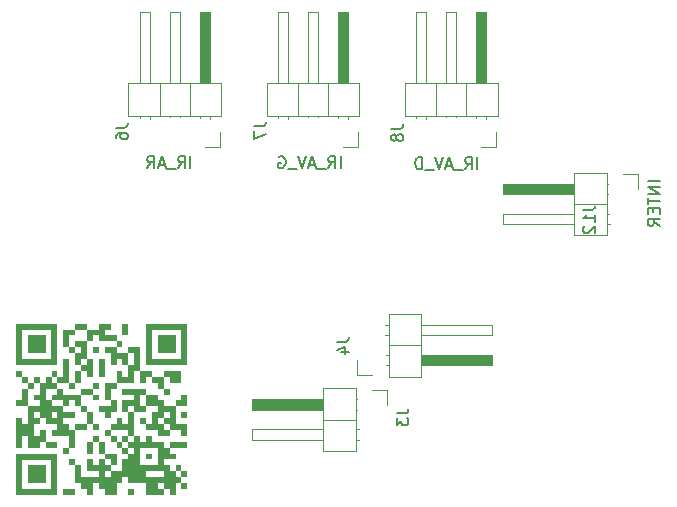
<source format=gbr>
%TF.GenerationSoftware,KiCad,Pcbnew,9.0.6*%
%TF.CreationDate,2026-01-16T11:33:55+01:00*%
%TF.ProjectId,Sumositoire_reborn,53756d6f-7369-4746-9f69-72655f726562,rev?*%
%TF.SameCoordinates,Original*%
%TF.FileFunction,Legend,Bot*%
%TF.FilePolarity,Positive*%
%FSLAX46Y46*%
G04 Gerber Fmt 4.6, Leading zero omitted, Abs format (unit mm)*
G04 Created by KiCad (PCBNEW 9.0.6) date 2026-01-16 11:33:55*
%MOMM*%
%LPD*%
G01*
G04 APERTURE LIST*
%ADD10C,0.000000*%
%ADD11C,0.200000*%
%ADD12C,0.150000*%
%ADD13C,0.120000*%
%ADD14C,5.600000*%
%ADD15O,1.700000X2.400000*%
%ADD16R,1.700000X2.400000*%
%ADD17O,2.400000X1.800000*%
%ADD18R,2.400000X1.800000*%
%ADD19R,2.400000X1.700000*%
%ADD20O,2.400000X1.700000*%
G04 APERTURE END LIST*
D10*
G36*
X135220000Y-111200000D02*
G01*
X134720000Y-111200000D01*
X134720000Y-110700000D01*
X135220000Y-110700000D01*
X135220000Y-111200000D01*
G37*
G36*
X141720000Y-113699999D02*
G01*
X141220000Y-113699999D01*
X141220000Y-113199999D01*
X141720000Y-113199999D01*
X141720000Y-113699999D01*
G37*
G36*
X139219999Y-108200000D02*
G01*
X138719999Y-108200000D01*
X138719999Y-107700000D01*
X139219999Y-107700000D01*
X139219999Y-108200000D01*
G37*
G36*
X133720000Y-110200000D02*
G01*
X133220000Y-110200000D01*
X133220000Y-109700000D01*
X133720000Y-109700000D01*
X133720000Y-110200000D01*
G37*
G36*
X143719999Y-104200000D02*
G01*
X143219999Y-104200000D01*
X143219999Y-103700000D01*
X143719999Y-103700000D01*
X143719999Y-104200000D01*
G37*
G36*
X134220000Y-107700000D02*
G01*
X133720000Y-107700000D01*
X133720000Y-107200000D01*
X134220000Y-107200000D01*
X134220000Y-107700000D01*
G37*
G36*
X138719999Y-109700000D02*
G01*
X138219999Y-109700000D01*
X138219999Y-109200000D01*
X138719999Y-109200000D01*
X138719999Y-109700000D01*
G37*
G36*
X143719999Y-112200000D02*
G01*
X143219999Y-112200000D01*
X143219999Y-111700000D01*
X143719999Y-111700000D01*
X143719999Y-112200000D01*
G37*
G36*
X136720000Y-112225000D02*
G01*
X136720000Y-114674999D01*
X136720000Y-115199999D01*
X136195000Y-115199999D01*
X133745001Y-115199999D01*
X133220000Y-115199999D01*
X133220000Y-114674999D01*
X133220000Y-112225000D01*
X133745001Y-112225000D01*
X133745001Y-114674999D01*
X136195000Y-114674999D01*
X136195000Y-112225000D01*
X133745001Y-112225000D01*
X133220000Y-112225000D01*
X133220000Y-111700000D01*
X133745001Y-111700000D01*
X136195000Y-111700000D01*
X136720000Y-111700000D01*
X136720000Y-112225000D01*
G37*
G36*
X139719999Y-105200000D02*
G01*
X139219999Y-105200000D01*
X139219999Y-104700000D01*
X139719999Y-104700000D01*
X139719999Y-105200000D01*
G37*
G36*
X134220000Y-105700000D02*
G01*
X133720000Y-105700000D01*
X133720000Y-105200000D01*
X134220000Y-105200000D01*
X134220000Y-105700000D01*
G37*
G36*
X142219999Y-109200000D02*
G01*
X141720000Y-109200000D01*
X141720000Y-108700000D01*
X142219999Y-108700000D01*
X142219999Y-109200000D01*
G37*
G36*
X142719999Y-106700000D02*
G01*
X142219999Y-106700000D01*
X142219999Y-106200000D01*
X142719999Y-106200000D01*
X142719999Y-106700000D01*
G37*
G36*
X135720000Y-106200000D02*
G01*
X135220000Y-106200000D01*
X135220000Y-105700000D01*
X135720000Y-105700000D01*
X135720000Y-106200000D01*
G37*
G36*
X138719999Y-114200000D02*
G01*
X138219999Y-114200000D01*
X138219999Y-113700000D01*
X138719999Y-113700000D01*
X138719999Y-114200000D01*
G37*
G36*
X138719999Y-113699999D02*
G01*
X138219999Y-113699999D01*
X138219999Y-113199999D01*
X138719999Y-113199999D01*
X138719999Y-113699999D01*
G37*
G36*
X143219999Y-112700000D02*
G01*
X142719999Y-112700000D01*
X142719999Y-112200000D01*
X143219999Y-112200000D01*
X143219999Y-112700000D01*
G37*
G36*
X139219999Y-104700000D02*
G01*
X138719999Y-104700000D01*
X138719999Y-104200000D01*
X139219999Y-104200000D01*
X139219999Y-104700000D01*
G37*
G36*
X137720000Y-102200000D02*
G01*
X137220000Y-102200000D01*
X137220000Y-101700000D01*
X137720000Y-101700000D01*
X137720000Y-102200000D01*
G37*
G36*
X141220000Y-103200000D02*
G01*
X140720000Y-103200000D01*
X140720000Y-102700000D01*
X141220000Y-102700000D01*
X141220000Y-103200000D01*
G37*
G36*
X140719999Y-114200000D02*
G01*
X140219999Y-114200000D01*
X140219999Y-113700000D01*
X140719999Y-113700000D01*
X140719999Y-114200000D01*
G37*
G36*
X140719999Y-113699999D02*
G01*
X140219999Y-113699999D01*
X140219999Y-113199999D01*
X140719999Y-113199999D01*
X140719999Y-113699999D01*
G37*
G36*
X139719999Y-115199999D02*
G01*
X139219999Y-115199999D01*
X139219999Y-114699997D01*
X139719999Y-114699997D01*
X139719999Y-115199999D01*
G37*
G36*
X138219999Y-110200000D02*
G01*
X137720000Y-110200000D01*
X137720000Y-109700000D01*
X138219999Y-109700000D01*
X138219999Y-110200000D01*
G37*
G36*
X145719999Y-107700000D02*
G01*
X145219999Y-107700000D01*
X145219999Y-107200000D01*
X145719999Y-107200000D01*
X145719999Y-107700000D01*
G37*
G36*
X134720001Y-109700000D02*
G01*
X134220000Y-109700000D01*
X134220000Y-109200000D01*
X134720001Y-109200000D01*
X134720001Y-109700000D01*
G37*
G36*
X138719999Y-107200000D02*
G01*
X138219999Y-107200000D01*
X138219999Y-106700000D01*
X138719999Y-106700000D01*
X138719999Y-107200000D01*
G37*
G36*
X145219999Y-113199999D02*
G01*
X144719999Y-113199999D01*
X144719999Y-112700000D01*
X145219999Y-112700000D01*
X145219999Y-113199999D01*
G37*
G36*
X142719999Y-108200000D02*
G01*
X142219999Y-108200000D01*
X142219999Y-107700000D01*
X142719999Y-107700000D01*
X142719999Y-108200000D01*
G37*
G36*
X136220000Y-106200000D02*
G01*
X135720000Y-106200000D01*
X135720000Y-105700000D01*
X136220000Y-105700000D01*
X136220000Y-106200000D01*
G37*
G36*
X139219999Y-102700001D02*
G01*
X138719999Y-102700001D01*
X138719999Y-102200000D01*
X139219999Y-102200000D01*
X139219999Y-102700001D01*
G37*
G36*
X146719999Y-114699997D02*
G01*
X146220000Y-114699997D01*
X146220000Y-114200000D01*
X146719999Y-114200000D01*
X146719999Y-114699997D01*
G37*
G36*
X138719999Y-107700000D02*
G01*
X138219999Y-107700000D01*
X138219999Y-107200000D01*
X138719999Y-107200000D01*
X138719999Y-107700000D01*
G37*
G36*
X138719999Y-105200000D02*
G01*
X138219999Y-105200000D01*
X138219999Y-104700000D01*
X138719999Y-104700000D01*
X138719999Y-105200000D01*
G37*
G36*
X143219999Y-115199999D02*
G01*
X142719999Y-115199999D01*
X142719999Y-114699997D01*
X143219999Y-114699997D01*
X143219999Y-115199999D01*
G37*
G36*
X141720000Y-108200000D02*
G01*
X141220000Y-108200000D01*
X141220000Y-107700000D01*
X141720000Y-107700000D01*
X141720000Y-108200000D01*
G37*
G36*
X135220000Y-105700000D02*
G01*
X134720000Y-105700000D01*
X134720000Y-105200000D01*
X135220000Y-105200000D01*
X135220000Y-105700000D01*
G37*
G36*
X145219999Y-111200000D02*
G01*
X144719999Y-111200000D01*
X144719999Y-110700000D01*
X145219999Y-110700000D01*
X145219999Y-111200000D01*
G37*
G36*
X144219999Y-113199999D02*
G01*
X143720000Y-113199999D01*
X143720000Y-112700000D01*
X144219999Y-112700000D01*
X144219999Y-113199999D01*
G37*
G36*
X143219999Y-103200000D02*
G01*
X142719999Y-103200000D01*
X142719999Y-102700000D01*
X143219999Y-102700000D01*
X143219999Y-103200000D01*
G37*
G36*
X140719999Y-113199999D02*
G01*
X140219999Y-113199999D01*
X140219999Y-112700000D01*
X140719999Y-112700000D01*
X140719999Y-113199999D01*
G37*
G36*
X146219999Y-113199999D02*
G01*
X145719999Y-113199999D01*
X145719999Y-112700000D01*
X146219999Y-112700000D01*
X146219999Y-113199999D01*
G37*
G36*
X138719999Y-103700000D02*
G01*
X138219999Y-103700000D01*
X138219999Y-103200000D01*
X138719999Y-103200000D01*
X138719999Y-103700000D01*
G37*
G36*
X140719999Y-114699997D02*
G01*
X140219999Y-114699997D01*
X140219999Y-114200000D01*
X140719999Y-114200000D01*
X140719999Y-114699997D01*
G37*
G36*
X137720000Y-110200000D02*
G01*
X137220000Y-110200000D01*
X137220000Y-109700000D01*
X137720000Y-109700000D01*
X137720000Y-110200000D01*
G37*
G36*
X137220000Y-109700000D02*
G01*
X136720000Y-109700000D01*
X136720000Y-109200000D01*
X137220000Y-109200000D01*
X137220000Y-109700000D01*
G37*
G36*
X140219999Y-106200000D02*
G01*
X139720000Y-106200000D01*
X139720000Y-105700000D01*
X140219999Y-105700000D01*
X140219999Y-106200000D01*
G37*
G36*
X134720001Y-110200000D02*
G01*
X134220000Y-110200000D01*
X134220000Y-109700000D01*
X134720001Y-109700000D01*
X134720001Y-110200000D01*
G37*
G36*
X140719999Y-112700000D02*
G01*
X140219999Y-112700000D01*
X140219999Y-112200000D01*
X140719999Y-112200000D01*
X140719999Y-112700000D01*
G37*
G36*
X141220000Y-106200000D02*
G01*
X140720000Y-106200000D01*
X140720000Y-105700000D01*
X141220000Y-105700000D01*
X141220000Y-106200000D01*
G37*
G36*
X136720000Y-101225001D02*
G01*
X136720000Y-103675001D01*
X136720000Y-104200000D01*
X136195000Y-104200000D01*
X133745001Y-104200000D01*
X133220000Y-104200000D01*
X133220000Y-103675001D01*
X133220000Y-101225001D01*
X133745001Y-101225001D01*
X133745001Y-103675001D01*
X136195000Y-103675001D01*
X136195000Y-101225001D01*
X133745001Y-101225001D01*
X133220000Y-101225001D01*
X133220000Y-100700001D01*
X133745001Y-100700001D01*
X136195000Y-100700001D01*
X136720000Y-100700001D01*
X136720000Y-101225001D01*
G37*
G36*
X140219999Y-110700000D02*
G01*
X139720000Y-110700000D01*
X139720000Y-110200000D01*
X140219999Y-110200000D01*
X140219999Y-110700000D01*
G37*
G36*
X146219999Y-111700000D02*
G01*
X145719999Y-111700000D01*
X145719999Y-111200000D01*
X146219999Y-111200000D01*
X146219999Y-111700000D01*
G37*
G36*
X138219999Y-107200000D02*
G01*
X137720000Y-107200000D01*
X137720000Y-106700000D01*
X138219999Y-106700000D01*
X138219999Y-107200000D01*
G37*
G36*
X145219999Y-114200000D02*
G01*
X144719999Y-114200000D01*
X144719999Y-113700000D01*
X145219999Y-113700000D01*
X145219999Y-114200000D01*
G37*
G36*
X144719999Y-110700000D02*
G01*
X144219999Y-110700000D01*
X144219999Y-110200000D01*
X144719999Y-110200000D01*
X144719999Y-110700000D01*
G37*
G36*
X145719999Y-112200000D02*
G01*
X145219999Y-112200000D01*
X145219999Y-111700000D01*
X145719999Y-111700000D01*
X145719999Y-112200000D01*
G37*
G36*
X140219999Y-113199999D02*
G01*
X139720000Y-113199999D01*
X139720000Y-112700000D01*
X140219999Y-112700000D01*
X140219999Y-113199999D01*
G37*
G36*
X147719999Y-107700000D02*
G01*
X147219999Y-107700000D01*
X147219999Y-107200000D01*
X147719999Y-107200000D01*
X147719999Y-107700000D01*
G37*
G36*
X141220000Y-108700000D02*
G01*
X140720000Y-108700000D01*
X140720000Y-108200000D01*
X141220000Y-108200000D01*
X141220000Y-108700000D01*
G37*
G36*
X138219999Y-115199999D02*
G01*
X137720000Y-115199999D01*
X137720000Y-114699997D01*
X138219999Y-114699997D01*
X138219999Y-115199999D01*
G37*
G36*
X141220000Y-110200000D02*
G01*
X140720000Y-110200000D01*
X140720000Y-109700000D01*
X141220000Y-109700000D01*
X141220000Y-110200000D01*
G37*
G36*
X137720000Y-105700000D02*
G01*
X137220000Y-105700000D01*
X137220000Y-105200000D01*
X137720000Y-105200000D01*
X137720000Y-105700000D01*
G37*
G36*
X137720000Y-104200000D02*
G01*
X137220000Y-104200000D01*
X137220000Y-103700000D01*
X137720000Y-103700000D01*
X137720000Y-104200000D01*
G37*
G36*
X143719999Y-103200000D02*
G01*
X143219999Y-103200000D01*
X143219999Y-102700000D01*
X143719999Y-102700000D01*
X143719999Y-103200000D01*
G37*
G36*
X146719999Y-114200000D02*
G01*
X146220000Y-114200000D01*
X146220000Y-113700000D01*
X146719999Y-113700000D01*
X146719999Y-114200000D01*
G37*
G36*
X142719999Y-113699999D02*
G01*
X142219999Y-113699999D01*
X142219999Y-113199999D01*
X142719999Y-113199999D01*
X142719999Y-113699999D01*
G37*
G36*
X136220000Y-109200000D02*
G01*
X135720000Y-109200000D01*
X135720000Y-108700000D01*
X136220000Y-108700000D01*
X136220000Y-109200000D01*
G37*
G36*
X147719999Y-114699997D02*
G01*
X147219999Y-114699997D01*
X147219999Y-114200000D01*
X147719999Y-114200000D01*
X147719999Y-114699997D01*
G37*
G36*
X142719999Y-111700000D02*
G01*
X142219999Y-111700000D01*
X142219999Y-111200000D01*
X142719999Y-111200000D01*
X142719999Y-111700000D01*
G37*
G36*
X142219999Y-105700000D02*
G01*
X141720000Y-105700000D01*
X141720000Y-105200000D01*
X142219999Y-105200000D01*
X142219999Y-105700000D01*
G37*
G36*
X144219999Y-108200000D02*
G01*
X143720000Y-108200000D01*
X143720000Y-107700000D01*
X144219999Y-107700000D01*
X144219999Y-108200000D01*
G37*
G36*
X141720000Y-102200000D02*
G01*
X141220000Y-102200000D01*
X141220000Y-101700000D01*
X141720000Y-101700000D01*
X141720000Y-102200000D01*
G37*
G36*
X141720000Y-107700000D02*
G01*
X141220000Y-107700000D01*
X141220000Y-107200000D01*
X141720000Y-107200000D01*
X141720000Y-107700000D01*
G37*
G36*
X134220000Y-106700000D02*
G01*
X133720000Y-106700000D01*
X133720000Y-106200000D01*
X134220000Y-106200000D01*
X134220000Y-106700000D01*
G37*
G36*
X146219999Y-114200000D02*
G01*
X145719999Y-114200000D01*
X145719999Y-113700000D01*
X146219999Y-113700000D01*
X146219999Y-114200000D01*
G37*
G36*
X139719999Y-114699997D02*
G01*
X139219999Y-114699997D01*
X139219999Y-114200000D01*
X139719999Y-114200000D01*
X139719999Y-114699997D01*
G37*
G36*
X137720000Y-105200000D02*
G01*
X137220000Y-105200000D01*
X137220000Y-104700000D01*
X137720000Y-104700000D01*
X137720000Y-105200000D01*
G37*
G36*
X146719999Y-108700000D02*
G01*
X146220000Y-108700000D01*
X146220000Y-108200000D01*
X146719999Y-108200000D01*
X146719999Y-108700000D01*
G37*
G36*
X146719999Y-115199999D02*
G01*
X146220000Y-115199999D01*
X146220000Y-114699997D01*
X146719999Y-114699997D01*
X146719999Y-115199999D01*
G37*
G36*
X141720000Y-109700000D02*
G01*
X141220000Y-109700000D01*
X141220000Y-109200000D01*
X141720000Y-109200000D01*
X141720000Y-109700000D01*
G37*
G36*
X137720000Y-102700001D02*
G01*
X137220000Y-102700001D01*
X137220000Y-102200000D01*
X137720000Y-102200000D01*
X137720000Y-102700001D01*
G37*
G36*
X135720000Y-110700000D02*
G01*
X135220000Y-110700000D01*
X135220000Y-110200000D01*
X135720000Y-110200000D01*
X135720000Y-110700000D01*
G37*
G36*
X147719999Y-101225001D02*
G01*
X147719999Y-103675001D01*
X147719999Y-104200000D01*
X147194999Y-104200000D01*
X144745000Y-104200000D01*
X144219999Y-104200000D01*
X144219999Y-103675001D01*
X144219999Y-101225001D01*
X144745000Y-101225001D01*
X144745000Y-103675001D01*
X147194999Y-103675001D01*
X147194999Y-101225001D01*
X144745000Y-101225001D01*
X144219999Y-101225001D01*
X144219999Y-100700001D01*
X144745000Y-100700001D01*
X147194999Y-100700001D01*
X147719999Y-100700001D01*
X147719999Y-101225001D01*
G37*
G36*
X147719999Y-111200000D02*
G01*
X147219999Y-111200000D01*
X147219999Y-110700000D01*
X147719999Y-110700000D01*
X147719999Y-111200000D01*
G37*
G36*
X142719999Y-107700000D02*
G01*
X142219999Y-107700000D01*
X142219999Y-107200000D01*
X142719999Y-107200000D01*
X142719999Y-107700000D01*
G37*
G36*
X138719999Y-101200000D02*
G01*
X138219999Y-101200000D01*
X138219999Y-100700001D01*
X138719999Y-100700001D01*
X138719999Y-101200000D01*
G37*
G36*
X142219999Y-113699999D02*
G01*
X141720000Y-113699999D01*
X141720000Y-113199999D01*
X142219999Y-113199999D01*
X142219999Y-113699999D01*
G37*
G36*
X145719999Y-114200000D02*
G01*
X145219999Y-114200000D01*
X145219999Y-113700000D01*
X145719999Y-113700000D01*
X145719999Y-114200000D01*
G37*
G36*
X140719999Y-105200000D02*
G01*
X140219999Y-105200000D01*
X140219999Y-104700000D01*
X140719999Y-104700000D01*
X140719999Y-105200000D01*
G37*
G36*
X139719999Y-106700000D02*
G01*
X139219999Y-106700000D01*
X139219999Y-106200000D01*
X139719999Y-106200000D01*
X139719999Y-106700000D01*
G37*
G36*
X140719999Y-108200000D02*
G01*
X140219999Y-108200000D01*
X140219999Y-107700000D01*
X140719999Y-107700000D01*
X140719999Y-108200000D01*
G37*
G36*
X145719999Y-111700000D02*
G01*
X145219999Y-111700000D01*
X145219999Y-111200000D01*
X145719999Y-111200000D01*
X145719999Y-111700000D01*
G37*
G36*
X133720000Y-107700000D02*
G01*
X133220000Y-107700000D01*
X133220000Y-107200000D01*
X133720000Y-107200000D01*
X133720000Y-107700000D01*
G37*
G36*
X146219999Y-113699999D02*
G01*
X145719999Y-113699999D01*
X145719999Y-113199999D01*
X146219999Y-113199999D01*
X146219999Y-113699999D01*
G37*
G36*
X136719999Y-109200000D02*
G01*
X136220000Y-109200000D01*
X136220000Y-108700000D01*
X136719999Y-108700000D01*
X136719999Y-109200000D01*
G37*
G36*
X144719999Y-107200000D02*
G01*
X144219999Y-107200000D01*
X144219999Y-106700000D01*
X144719999Y-106700000D01*
X144719999Y-107200000D01*
G37*
G36*
X133720000Y-110700000D02*
G01*
X133220000Y-110700000D01*
X133220000Y-110200000D01*
X133720000Y-110200000D01*
X133720000Y-110700000D01*
G37*
G36*
X135720000Y-106700000D02*
G01*
X135220000Y-106700000D01*
X135220000Y-106200000D01*
X135720000Y-106200000D01*
X135720000Y-106700000D01*
G37*
G36*
X138719999Y-113199999D02*
G01*
X138219999Y-113199999D01*
X138219999Y-112700000D01*
X138719999Y-112700000D01*
X138719999Y-113199999D01*
G37*
G36*
X145219999Y-109700000D02*
G01*
X144719999Y-109700000D01*
X144719999Y-109200000D01*
X145219999Y-109200000D01*
X145219999Y-109700000D01*
G37*
G36*
X145719999Y-110200000D02*
G01*
X145219999Y-110200000D01*
X145219999Y-109700000D01*
X145719999Y-109700000D01*
X145719999Y-110200000D01*
G37*
G36*
X134220000Y-107200000D02*
G01*
X133720000Y-107200000D01*
X133720000Y-106700000D01*
X134220000Y-106700000D01*
X134220000Y-107200000D01*
G37*
G36*
X144719999Y-107700000D02*
G01*
X144219999Y-107700000D01*
X144219999Y-107200000D01*
X144719999Y-107200000D01*
X144719999Y-107700000D01*
G37*
G36*
X143719999Y-108200000D02*
G01*
X143219999Y-108200000D01*
X143219999Y-107700000D01*
X143719999Y-107700000D01*
X143719999Y-108200000D01*
G37*
G36*
X135220000Y-109200000D02*
G01*
X134720000Y-109200000D01*
X134720000Y-108700000D01*
X135220000Y-108700000D01*
X135220000Y-109200000D01*
G37*
G36*
X135720000Y-110200000D02*
G01*
X135220000Y-110200000D01*
X135220000Y-109700000D01*
X135720000Y-109700000D01*
X135720000Y-110200000D01*
G37*
G36*
X136719999Y-107200000D02*
G01*
X136220000Y-107200000D01*
X136220000Y-106700000D01*
X136719999Y-106700000D01*
X136719999Y-107200000D01*
G37*
G36*
X137220000Y-107200000D02*
G01*
X136720000Y-107200000D01*
X136720000Y-106700000D01*
X137220000Y-106700000D01*
X137220000Y-107200000D01*
G37*
G36*
X136220000Y-105700000D02*
G01*
X135720000Y-105700000D01*
X135720000Y-105200000D01*
X136220000Y-105200000D01*
X136220000Y-105700000D01*
G37*
G36*
X145719999Y-105700000D02*
G01*
X145219999Y-105700000D01*
X145219999Y-105200000D01*
X145719999Y-105200000D01*
X145719999Y-105700000D01*
G37*
G36*
X145719999Y-115199999D02*
G01*
X145219999Y-115199999D01*
X145219999Y-114699997D01*
X145719999Y-114699997D01*
X145719999Y-115199999D01*
G37*
G36*
X142719999Y-103700000D02*
G01*
X142219999Y-103700000D01*
X142219999Y-103200000D01*
X142719999Y-103200000D01*
X142719999Y-103700000D01*
G37*
G36*
X139719999Y-108700000D02*
G01*
X139219999Y-108700000D01*
X139219999Y-108200000D01*
X139719999Y-108200000D01*
X139719999Y-108700000D01*
G37*
G36*
X147219999Y-113199999D02*
G01*
X146719999Y-113199999D01*
X146719999Y-112700000D01*
X147219999Y-112700000D01*
X147219999Y-113199999D01*
G37*
G36*
X144719999Y-114200000D02*
G01*
X144219999Y-114200000D01*
X144219999Y-113700000D01*
X144719999Y-113700000D01*
X144719999Y-114200000D01*
G37*
G36*
X145219999Y-107700000D02*
G01*
X144719999Y-107700000D01*
X144719999Y-107200000D01*
X145219999Y-107200000D01*
X145219999Y-107700000D01*
G37*
G36*
X136220000Y-111200000D02*
G01*
X135720000Y-111200000D01*
X135720000Y-110700000D01*
X136220000Y-110700000D01*
X136220000Y-111200000D01*
G37*
G36*
X142719999Y-101700000D02*
G01*
X142219999Y-101700000D01*
X142219999Y-101200000D01*
X142719999Y-101200000D01*
X142719999Y-101700000D01*
G37*
G36*
X143219999Y-105700000D02*
G01*
X142719999Y-105700000D01*
X142719999Y-105200000D01*
X143219999Y-105200000D01*
X143219999Y-105700000D01*
G37*
G36*
X137720000Y-108700000D02*
G01*
X137220000Y-108700000D01*
X137220000Y-108200000D01*
X137720000Y-108200000D01*
X137720000Y-108700000D01*
G37*
G36*
X145719999Y-112700000D02*
G01*
X145219999Y-112700000D01*
X145219999Y-112200000D01*
X145719999Y-112200000D01*
X145719999Y-112700000D01*
G37*
G36*
X135720000Y-114200000D02*
G01*
X134220000Y-114200000D01*
X134220000Y-112700000D01*
X135720000Y-112700000D01*
X135720000Y-114200000D01*
G37*
G36*
X139219999Y-101200000D02*
G01*
X138719999Y-101200000D01*
X138719999Y-100700001D01*
X139219999Y-100700001D01*
X139219999Y-101200000D01*
G37*
G36*
X143719999Y-114200000D02*
G01*
X143219999Y-114200000D01*
X143219999Y-113700000D01*
X143719999Y-113700000D01*
X143719999Y-114200000D01*
G37*
G36*
X139719999Y-104700000D02*
G01*
X139219999Y-104700000D01*
X139219999Y-104200000D01*
X139719999Y-104200000D01*
X139719999Y-104700000D01*
G37*
G36*
X146219999Y-114699997D02*
G01*
X145719999Y-114699997D01*
X145719999Y-114200000D01*
X146219999Y-114200000D01*
X146219999Y-114699997D01*
G37*
G36*
X135720000Y-107200000D02*
G01*
X135220000Y-107200000D01*
X135220000Y-106700000D01*
X135720000Y-106700000D01*
X135720000Y-107200000D01*
G37*
G36*
X142219999Y-105200000D02*
G01*
X141720000Y-105200000D01*
X141720000Y-104700000D01*
X142219999Y-104700000D01*
X142219999Y-105200000D01*
G37*
G36*
X143719999Y-104700000D02*
G01*
X143219999Y-104700000D01*
X143219999Y-104200000D01*
X143719999Y-104200000D01*
X143719999Y-104700000D01*
G37*
G36*
X137720000Y-109700000D02*
G01*
X137220000Y-109700000D01*
X137220000Y-109200000D01*
X137720000Y-109200000D01*
X137720000Y-109700000D01*
G37*
G36*
X141220000Y-114200000D02*
G01*
X140720000Y-114200000D01*
X140720000Y-113700000D01*
X141220000Y-113700000D01*
X141220000Y-114200000D01*
G37*
G36*
X142719999Y-112700000D02*
G01*
X142219999Y-112700000D01*
X142219999Y-112200000D01*
X142719999Y-112200000D01*
X142719999Y-112700000D01*
G37*
G36*
X145219999Y-107200000D02*
G01*
X144719999Y-107200000D01*
X144719999Y-106700000D01*
X145219999Y-106700000D01*
X145219999Y-107200000D01*
G37*
G36*
X146219999Y-109200000D02*
G01*
X145719999Y-109200000D01*
X145719999Y-108700000D01*
X146219999Y-108700000D01*
X146219999Y-109200000D01*
G37*
G36*
X146219999Y-108200000D02*
G01*
X145719999Y-108200000D01*
X145719999Y-107700000D01*
X146219999Y-107700000D01*
X146219999Y-108200000D01*
G37*
G36*
X142719999Y-105700000D02*
G01*
X142219999Y-105700000D01*
X142219999Y-105200000D01*
X142719999Y-105200000D01*
X142719999Y-105700000D01*
G37*
G36*
X134720001Y-110700000D02*
G01*
X134220000Y-110700000D01*
X134220000Y-110200000D01*
X134720001Y-110200000D01*
X134720001Y-110700000D01*
G37*
G36*
X135220000Y-107200000D02*
G01*
X134720000Y-107200000D01*
X134720000Y-106700000D01*
X135220000Y-106700000D01*
X135220000Y-107200000D01*
G37*
G36*
X146719999Y-111200000D02*
G01*
X146220000Y-111200000D01*
X146220000Y-110700000D01*
X146719999Y-110700000D01*
X146719999Y-111200000D01*
G37*
G36*
X141720000Y-112200000D02*
G01*
X141220000Y-112200000D01*
X141220000Y-111700000D01*
X141720000Y-111700000D01*
X141720000Y-112200000D01*
G37*
G36*
X134720001Y-111200000D02*
G01*
X134220000Y-111200000D01*
X134220000Y-110700000D01*
X134720001Y-110700000D01*
X134720001Y-111200000D01*
G37*
G36*
X141720000Y-110700000D02*
G01*
X141220000Y-110700000D01*
X141220000Y-110200000D01*
X141720000Y-110200000D01*
X141720000Y-110700000D01*
G37*
G36*
X143219999Y-112200000D02*
G01*
X142719999Y-112200000D01*
X142719999Y-111700000D01*
X143219999Y-111700000D01*
X143219999Y-112200000D01*
G37*
G36*
X137720000Y-101700000D02*
G01*
X137220000Y-101700000D01*
X137220000Y-101200000D01*
X137720000Y-101200000D01*
X137720000Y-101700000D01*
G37*
G36*
X140219999Y-103200000D02*
G01*
X139720000Y-103200000D01*
X139720000Y-102700000D01*
X140219999Y-102700000D01*
X140219999Y-103200000D01*
G37*
G36*
X143719999Y-111200000D02*
G01*
X143219999Y-111200000D01*
X143219999Y-110700000D01*
X143719999Y-110700000D01*
X143719999Y-111200000D01*
G37*
G36*
X144719999Y-115199999D02*
G01*
X144219999Y-115199999D01*
X144219999Y-114699997D01*
X144719999Y-114699997D01*
X144719999Y-115199999D01*
G37*
G36*
X144219999Y-105700000D02*
G01*
X143720000Y-105700000D01*
X143720000Y-105200000D01*
X144219999Y-105200000D01*
X144219999Y-105700000D01*
G37*
G36*
X147219999Y-111200000D02*
G01*
X146719999Y-111200000D01*
X146719999Y-110700000D01*
X147219999Y-110700000D01*
X147219999Y-111200000D01*
G37*
G36*
X139719999Y-109200000D02*
G01*
X139219999Y-109200000D01*
X139219999Y-108700000D01*
X139719999Y-108700000D01*
X139719999Y-109200000D01*
G37*
G36*
X135220000Y-108200000D02*
G01*
X134720000Y-108200000D01*
X134720000Y-107700000D01*
X135220000Y-107700000D01*
X135220000Y-108200000D01*
G37*
G36*
X144719999Y-114699997D02*
G01*
X144219999Y-114699997D01*
X144219999Y-114200000D01*
X144719999Y-114200000D01*
X144719999Y-114699997D01*
G37*
G36*
X143719999Y-113699999D02*
G01*
X143219999Y-113699999D01*
X143219999Y-113199999D01*
X143719999Y-113199999D01*
X143719999Y-113699999D01*
G37*
G36*
X135220000Y-110700000D02*
G01*
X134720000Y-110700000D01*
X134720000Y-110200000D01*
X135220000Y-110200000D01*
X135220000Y-110700000D01*
G37*
G36*
X134720001Y-109200000D02*
G01*
X134220000Y-109200000D01*
X134220000Y-108700000D01*
X134720001Y-108700000D01*
X134720001Y-109200000D01*
G37*
G36*
X138219999Y-101700000D02*
G01*
X137720000Y-101700000D01*
X137720000Y-101200000D01*
X138219999Y-101200000D01*
X138219999Y-101700000D01*
G37*
G36*
X140719999Y-101700000D02*
G01*
X140219999Y-101700000D01*
X140219999Y-101200000D01*
X140719999Y-101200000D01*
X140719999Y-101700000D01*
G37*
G36*
X141220000Y-114699997D02*
G01*
X140720000Y-114699997D01*
X140720000Y-114200000D01*
X141220000Y-114200000D01*
X141220000Y-114699997D01*
G37*
G36*
X137220000Y-110200000D02*
G01*
X136720000Y-110200000D01*
X136720000Y-109700000D01*
X137220000Y-109700000D01*
X137220000Y-110200000D01*
G37*
G36*
X140719999Y-111700000D02*
G01*
X140219999Y-111700000D01*
X140219999Y-111200000D01*
X140719999Y-111200000D01*
X140719999Y-111700000D01*
G37*
G36*
X141220000Y-108200000D02*
G01*
X140720000Y-108200000D01*
X140720000Y-107700000D01*
X141220000Y-107700000D01*
X141220000Y-108200000D01*
G37*
G36*
X137220000Y-105700000D02*
G01*
X136720000Y-105700000D01*
X136720000Y-105200000D01*
X137220000Y-105200000D01*
X137220000Y-105700000D01*
G37*
G36*
X139719999Y-101700000D02*
G01*
X139219999Y-101700000D01*
X139219999Y-101200000D01*
X139719999Y-101200000D01*
X139719999Y-101700000D01*
G37*
G36*
X146719999Y-109700000D02*
G01*
X146220000Y-109700000D01*
X146220000Y-109200000D01*
X146719999Y-109200000D01*
X146719999Y-109700000D01*
G37*
G36*
X147719999Y-113699999D02*
G01*
X147219999Y-113699999D01*
X147219999Y-113199999D01*
X147719999Y-113199999D01*
X147719999Y-113699999D01*
G37*
G36*
X145719999Y-106200000D02*
G01*
X145219999Y-106200000D01*
X145219999Y-105700000D01*
X145719999Y-105700000D01*
X145719999Y-106200000D01*
G37*
G36*
X139219999Y-106700000D02*
G01*
X138719999Y-106700000D01*
X138719999Y-106200000D01*
X139219999Y-106200000D01*
X139219999Y-106700000D01*
G37*
G36*
X140719999Y-104700000D02*
G01*
X140219999Y-104700000D01*
X140219999Y-104200000D01*
X140719999Y-104200000D01*
X140719999Y-104700000D01*
G37*
G36*
X138219999Y-111200000D02*
G01*
X137720000Y-111200000D01*
X137720000Y-110700000D01*
X138219999Y-110700000D01*
X138219999Y-111200000D01*
G37*
G36*
X142719999Y-101200000D02*
G01*
X142219999Y-101200000D01*
X142219999Y-100700001D01*
X142719999Y-100700001D01*
X142719999Y-101200000D01*
G37*
G36*
X137720000Y-107700000D02*
G01*
X137220000Y-107700000D01*
X137220000Y-107200000D01*
X137720000Y-107200000D01*
X137720000Y-107700000D01*
G37*
G36*
X139719999Y-114200000D02*
G01*
X139219999Y-114200000D01*
X139219999Y-113700000D01*
X139719999Y-113700000D01*
X139719999Y-114200000D01*
G37*
G36*
X137720000Y-104700000D02*
G01*
X137220000Y-104700000D01*
X137220000Y-104200000D01*
X137720000Y-104200000D01*
X137720000Y-104700000D01*
G37*
G36*
X135720000Y-108200000D02*
G01*
X135220000Y-108200000D01*
X135220000Y-107700000D01*
X135720000Y-107700000D01*
X135720000Y-108200000D01*
G37*
G36*
X143219999Y-109700000D02*
G01*
X142719999Y-109700000D01*
X142719999Y-109200000D01*
X143219999Y-109200000D01*
X143219999Y-109700000D01*
G37*
G36*
X141220000Y-101200000D02*
G01*
X140720000Y-101200000D01*
X140720000Y-100700001D01*
X141220000Y-100700001D01*
X141220000Y-101200000D01*
G37*
G36*
X141220000Y-106700000D02*
G01*
X140720000Y-106700000D01*
X140720000Y-106200000D01*
X141220000Y-106200000D01*
X141220000Y-106700000D01*
G37*
G36*
X140719999Y-101200000D02*
G01*
X140219999Y-101200000D01*
X140219999Y-100700001D01*
X140719999Y-100700001D01*
X140719999Y-101200000D01*
G37*
G36*
X133720000Y-109200000D02*
G01*
X133220000Y-109200000D01*
X133220000Y-108700000D01*
X133720000Y-108700000D01*
X133720000Y-109200000D01*
G37*
G36*
X136719999Y-108200000D02*
G01*
X136220000Y-108200000D01*
X136220000Y-107700000D01*
X136719999Y-107700000D01*
X136719999Y-108200000D01*
G37*
G36*
X143719999Y-111700000D02*
G01*
X143219999Y-111700000D01*
X143219999Y-111200000D01*
X143719999Y-111200000D01*
X143719999Y-111700000D01*
G37*
G36*
X138219999Y-112700000D02*
G01*
X137720000Y-112700000D01*
X137720000Y-112200000D01*
X138219999Y-112200000D01*
X138219999Y-112700000D01*
G37*
G36*
X144719999Y-105200000D02*
G01*
X144219999Y-105200000D01*
X144219999Y-104700000D01*
X144719999Y-104700000D01*
X144719999Y-105200000D01*
G37*
G36*
X138719999Y-105700000D02*
G01*
X138219999Y-105700000D01*
X138219999Y-105200000D01*
X138719999Y-105200000D01*
X138719999Y-105700000D01*
G37*
G36*
X138219999Y-110700000D02*
G01*
X137720000Y-110700000D01*
X137720000Y-110200000D01*
X138219999Y-110200000D01*
X138219999Y-110700000D01*
G37*
G36*
X139219999Y-103200000D02*
G01*
X138719999Y-103200000D01*
X138719999Y-102700000D01*
X139219999Y-102700000D01*
X139219999Y-103200000D01*
G37*
G36*
X145719999Y-109700000D02*
G01*
X145219999Y-109700000D01*
X145219999Y-109200000D01*
X145719999Y-109200000D01*
X145719999Y-109700000D01*
G37*
G36*
X143219999Y-113699999D02*
G01*
X142719999Y-113699999D01*
X142719999Y-113199999D01*
X143219999Y-113199999D01*
X143219999Y-113699999D01*
G37*
G36*
X144719999Y-111200000D02*
G01*
X144219999Y-111200000D01*
X144219999Y-110700000D01*
X144719999Y-110700000D01*
X144719999Y-111200000D01*
G37*
G36*
X139219999Y-114200000D02*
G01*
X138719999Y-114200000D01*
X138719999Y-113700000D01*
X139219999Y-113700000D01*
X139219999Y-114200000D01*
G37*
G36*
X140719999Y-102200000D02*
G01*
X140219999Y-102200000D01*
X140219999Y-101700000D01*
X140719999Y-101700000D01*
X140719999Y-102200000D01*
G37*
G36*
X133720000Y-109700000D02*
G01*
X133220000Y-109700000D01*
X133220000Y-109200000D01*
X133720000Y-109200000D01*
X133720000Y-109700000D01*
G37*
G36*
X143219999Y-114200000D02*
G01*
X142719999Y-114200000D01*
X142719999Y-113700000D01*
X143219999Y-113700000D01*
X143219999Y-114200000D01*
G37*
G36*
X146719999Y-112200000D02*
G01*
X146220000Y-112200000D01*
X146220000Y-111700000D01*
X146719999Y-111700000D01*
X146719999Y-112200000D01*
G37*
G36*
X144719999Y-109700000D02*
G01*
X144219999Y-109700000D01*
X144219999Y-109200000D01*
X144719999Y-109200000D01*
X144719999Y-109700000D01*
G37*
G36*
X141720000Y-104200000D02*
G01*
X141220000Y-104200000D01*
X141220000Y-103700000D01*
X141720000Y-103700000D01*
X141720000Y-104200000D01*
G37*
G36*
X137720000Y-111700000D02*
G01*
X137220000Y-111700000D01*
X137220000Y-111200000D01*
X137720000Y-111200000D01*
X137720000Y-111700000D01*
G37*
G36*
X143219999Y-111200000D02*
G01*
X142719999Y-111200000D01*
X142719999Y-110700000D01*
X143219999Y-110700000D01*
X143219999Y-111200000D01*
G37*
G36*
X140219999Y-114200000D02*
G01*
X139720000Y-114200000D01*
X139720000Y-113700000D01*
X140219999Y-113700000D01*
X140219999Y-114200000D01*
G37*
G36*
X143219999Y-104700000D02*
G01*
X142719999Y-104700000D01*
X142719999Y-104200000D01*
X143219999Y-104200000D01*
X143219999Y-104700000D01*
G37*
G36*
X146719999Y-103200000D02*
G01*
X145219999Y-103200000D01*
X145219999Y-101700000D01*
X146719999Y-101700000D01*
X146719999Y-103200000D01*
G37*
G36*
X141720000Y-103700000D02*
G01*
X141220000Y-103700000D01*
X141220000Y-103200000D01*
X141720000Y-103200000D01*
X141720000Y-103700000D01*
G37*
G36*
X134220000Y-110200000D02*
G01*
X133720000Y-110200000D01*
X133720000Y-109700000D01*
X134220000Y-109700000D01*
X134220000Y-110200000D01*
G37*
G36*
X145219999Y-114699997D02*
G01*
X144719999Y-114699997D01*
X144719999Y-114200000D01*
X145219999Y-114200000D01*
X145219999Y-114699997D01*
G37*
G36*
X134720001Y-108200000D02*
G01*
X134220000Y-108200000D01*
X134220000Y-107700000D01*
X134720001Y-107700000D01*
X134720001Y-108200000D01*
G37*
G36*
X145219999Y-109200000D02*
G01*
X144719999Y-109200000D01*
X144719999Y-108700000D01*
X145219999Y-108700000D01*
X145219999Y-109200000D01*
G37*
G36*
X139719999Y-112700000D02*
G01*
X139219999Y-112700000D01*
X139219999Y-112200000D01*
X139719999Y-112200000D01*
X139719999Y-112700000D01*
G37*
G36*
X141720000Y-114699997D02*
G01*
X141220000Y-114699997D01*
X141220000Y-114200000D01*
X141720000Y-114200000D01*
X141720000Y-114699997D01*
G37*
G36*
X146219999Y-106700000D02*
G01*
X145719999Y-106700000D01*
X145719999Y-106200000D01*
X146219999Y-106200000D01*
X146219999Y-106700000D01*
G37*
G36*
X137220000Y-108700000D02*
G01*
X136720000Y-108700000D01*
X136720000Y-108200000D01*
X137220000Y-108200000D01*
X137220000Y-108700000D01*
G37*
G36*
X143219999Y-108700000D02*
G01*
X142719999Y-108700000D01*
X142719999Y-108200000D01*
X143219999Y-108200000D01*
X143219999Y-108700000D01*
G37*
G36*
X147219999Y-109700000D02*
G01*
X146719999Y-109700000D01*
X146719999Y-109200000D01*
X147219999Y-109200000D01*
X147219999Y-109700000D01*
G37*
G36*
X147719999Y-109700000D02*
G01*
X147219999Y-109700000D01*
X147219999Y-109200000D01*
X147719999Y-109200000D01*
X147719999Y-109700000D01*
G37*
G36*
X137720000Y-107200000D02*
G01*
X137220000Y-107200000D01*
X137220000Y-106700000D01*
X137720000Y-106700000D01*
X137720000Y-107200000D01*
G37*
G36*
X147219999Y-105700000D02*
G01*
X146719999Y-105700000D01*
X146719999Y-105200000D01*
X147219999Y-105200000D01*
X147219999Y-105700000D01*
G37*
G36*
X140219999Y-109700000D02*
G01*
X139720000Y-109700000D01*
X139720000Y-109200000D01*
X140219999Y-109200000D01*
X140219999Y-109700000D01*
G37*
G36*
X144719999Y-112200000D02*
G01*
X144219999Y-112200000D01*
X144219999Y-111700000D01*
X144719999Y-111700000D01*
X144719999Y-112200000D01*
G37*
G36*
X144219999Y-106700000D02*
G01*
X143720000Y-106700000D01*
X143720000Y-106200000D01*
X144219999Y-106200000D01*
X144219999Y-106700000D01*
G37*
G36*
X142219999Y-109700000D02*
G01*
X141720000Y-109700000D01*
X141720000Y-109200000D01*
X142219999Y-109200000D01*
X142219999Y-109700000D01*
G37*
G36*
X134720001Y-106200000D02*
G01*
X134220000Y-106200000D01*
X134220000Y-105700000D01*
X134720001Y-105700000D01*
X134720001Y-106200000D01*
G37*
G36*
X146719999Y-108200000D02*
G01*
X146220000Y-108200000D01*
X146220000Y-107700000D01*
X146719999Y-107700000D01*
X146719999Y-108200000D01*
G37*
G36*
X143719999Y-113199999D02*
G01*
X143219999Y-113199999D01*
X143219999Y-112700000D01*
X143719999Y-112700000D01*
X143719999Y-113199999D01*
G37*
G36*
X141720000Y-112700000D02*
G01*
X141220000Y-112700000D01*
X141220000Y-112200000D01*
X141720000Y-112200000D01*
X141720000Y-112700000D01*
G37*
G36*
X145719999Y-108200000D02*
G01*
X145219999Y-108200000D01*
X145219999Y-107700000D01*
X145719999Y-107700000D01*
X145719999Y-108200000D01*
G37*
G36*
X138719999Y-104200000D02*
G01*
X138219999Y-104200000D01*
X138219999Y-103700000D01*
X138719999Y-103700000D01*
X138719999Y-104200000D01*
G37*
G36*
X143219999Y-110200000D02*
G01*
X142719999Y-110200000D01*
X142719999Y-109700000D01*
X143219999Y-109700000D01*
X143219999Y-110200000D01*
G37*
G36*
X142719999Y-109700000D02*
G01*
X142219999Y-109700000D01*
X142219999Y-109200000D01*
X142719999Y-109200000D01*
X142719999Y-109700000D01*
G37*
G36*
X140719999Y-111200000D02*
G01*
X140219999Y-111200000D01*
X140219999Y-110700000D01*
X140719999Y-110700000D01*
X140719999Y-111200000D01*
G37*
G36*
X142219999Y-114200000D02*
G01*
X141720000Y-114200000D01*
X141720000Y-113700000D01*
X142219999Y-113700000D01*
X142219999Y-114200000D01*
G37*
G36*
X147219999Y-114200000D02*
G01*
X146719999Y-114200000D01*
X146719999Y-113700000D01*
X147219999Y-113700000D01*
X147219999Y-114200000D01*
G37*
G36*
X138719999Y-102700001D02*
G01*
X138219999Y-102700001D01*
X138219999Y-102200000D01*
X138719999Y-102200000D01*
X138719999Y-102700001D01*
G37*
G36*
X144219999Y-114200000D02*
G01*
X143720000Y-114200000D01*
X143720000Y-113700000D01*
X144219999Y-113700000D01*
X144219999Y-114200000D01*
G37*
G36*
X142719999Y-113199999D02*
G01*
X142219999Y-113199999D01*
X142219999Y-112700000D01*
X142719999Y-112700000D01*
X142719999Y-113199999D01*
G37*
G36*
X143219999Y-106700000D02*
G01*
X142719999Y-106700000D01*
X142719999Y-106200000D01*
X143219999Y-106200000D01*
X143219999Y-106700000D01*
G37*
G36*
X145219999Y-105700000D02*
G01*
X144719999Y-105700000D01*
X144719999Y-105200000D01*
X145219999Y-105200000D01*
X145219999Y-105700000D01*
G37*
G36*
X146719999Y-109200000D02*
G01*
X146220000Y-109200000D01*
X146220000Y-108700000D01*
X146719999Y-108700000D01*
X146719999Y-109200000D01*
G37*
G36*
X142219999Y-111200000D02*
G01*
X141720000Y-111200000D01*
X141720000Y-110700000D01*
X142219999Y-110700000D01*
X142219999Y-111200000D01*
G37*
G36*
X146219999Y-112200000D02*
G01*
X145719999Y-112200000D01*
X145719999Y-111700000D01*
X146219999Y-111700000D01*
X146219999Y-112200000D01*
G37*
G36*
X145219999Y-115199999D02*
G01*
X144719999Y-115199999D01*
X144719999Y-114699997D01*
X145219999Y-114699997D01*
X145219999Y-115199999D01*
G37*
G36*
X143219999Y-105200000D02*
G01*
X142719999Y-105200000D01*
X142719999Y-104700000D01*
X143219999Y-104700000D01*
X143219999Y-105200000D01*
G37*
G36*
X144219999Y-113699999D02*
G01*
X143720000Y-113699999D01*
X143720000Y-113199999D01*
X144219999Y-113199999D01*
X144219999Y-113699999D01*
G37*
G36*
X143219999Y-113199999D02*
G01*
X142719999Y-113199999D01*
X142719999Y-112700000D01*
X143219999Y-112700000D01*
X143219999Y-113199999D01*
G37*
G36*
X135720000Y-107700000D02*
G01*
X135220000Y-107700000D01*
X135220000Y-107200000D01*
X135720000Y-107200000D01*
X135720000Y-107700000D01*
G37*
G36*
X136220000Y-108200000D02*
G01*
X135720000Y-108200000D01*
X135720000Y-107700000D01*
X136220000Y-107700000D01*
X136220000Y-108200000D01*
G37*
G36*
X138219999Y-106200000D02*
G01*
X137720000Y-106200000D01*
X137720000Y-105700000D01*
X138219999Y-105700000D01*
X138219999Y-106200000D01*
G37*
G36*
X145719999Y-113199999D02*
G01*
X145219999Y-113199999D01*
X145219999Y-112700000D01*
X145719999Y-112700000D01*
X145719999Y-113199999D01*
G37*
G36*
X136719999Y-106200000D02*
G01*
X136220000Y-106200000D01*
X136220000Y-105700000D01*
X136719999Y-105700000D01*
X136719999Y-106200000D01*
G37*
G36*
X142719999Y-110700000D02*
G01*
X142219999Y-110700000D01*
X142219999Y-110200000D01*
X142719999Y-110200000D01*
X142719999Y-110700000D01*
G37*
G36*
X136220000Y-108700000D02*
G01*
X135720000Y-108700000D01*
X135720000Y-108200000D01*
X136220000Y-108200000D01*
X136220000Y-108700000D01*
G37*
G36*
X139219999Y-109700000D02*
G01*
X138719999Y-109700000D01*
X138719999Y-109200000D01*
X139219999Y-109200000D01*
X139219999Y-109700000D01*
G37*
G36*
X142219999Y-103700000D02*
G01*
X141720000Y-103700000D01*
X141720000Y-103200000D01*
X142219999Y-103200000D01*
X142219999Y-103700000D01*
G37*
G36*
X144219999Y-105200000D02*
G01*
X143720000Y-105200000D01*
X143720000Y-104700000D01*
X144219999Y-104700000D01*
X144219999Y-105200000D01*
G37*
G36*
X142219999Y-102700001D02*
G01*
X141720000Y-102700001D01*
X141720000Y-102200000D01*
X142219999Y-102200000D01*
X142219999Y-102700001D01*
G37*
G36*
X147719999Y-110200000D02*
G01*
X147219999Y-110200000D01*
X147219999Y-109700000D01*
X147719999Y-109700000D01*
X147719999Y-110200000D01*
G37*
G36*
X143719999Y-103700000D02*
G01*
X143219999Y-103700000D01*
X143219999Y-103200000D01*
X143719999Y-103200000D01*
X143719999Y-103700000D01*
G37*
G36*
X146719999Y-105200000D02*
G01*
X146220000Y-105200000D01*
X146220000Y-104700000D01*
X146719999Y-104700000D01*
X146719999Y-105200000D01*
G37*
G36*
X143719999Y-110700000D02*
G01*
X143219999Y-110700000D01*
X143219999Y-110200000D01*
X143719999Y-110200000D01*
X143719999Y-110700000D01*
G37*
G36*
X136719999Y-111200000D02*
G01*
X136220000Y-111200000D01*
X136220000Y-110700000D01*
X136719999Y-110700000D01*
X136719999Y-111200000D01*
G37*
G36*
X134720001Y-108700000D02*
G01*
X134220000Y-108700000D01*
X134220000Y-108200000D01*
X134720001Y-108200000D01*
X134720001Y-108700000D01*
G37*
G36*
X144719999Y-113199999D02*
G01*
X144219999Y-113199999D01*
X144219999Y-112700000D01*
X144719999Y-112700000D01*
X144719999Y-113199999D01*
G37*
G36*
X147719999Y-107200000D02*
G01*
X147219999Y-107200000D01*
X147219999Y-106700000D01*
X147719999Y-106700000D01*
X147719999Y-107200000D01*
G37*
G36*
X141220000Y-113199999D02*
G01*
X140720000Y-113199999D01*
X140720000Y-112700000D01*
X141220000Y-112700000D01*
X141220000Y-113199999D01*
G37*
G36*
X133720000Y-111200000D02*
G01*
X133220000Y-111200000D01*
X133220000Y-110700000D01*
X133720000Y-110700000D01*
X133720000Y-111200000D01*
G37*
G36*
X147719999Y-108700000D02*
G01*
X147219999Y-108700000D01*
X147219999Y-108200000D01*
X147719999Y-108200000D01*
X147719999Y-108700000D01*
G37*
G36*
X145219999Y-108700000D02*
G01*
X144719999Y-108700000D01*
X144719999Y-108200000D01*
X145219999Y-108200000D01*
X145219999Y-108700000D01*
G37*
G36*
X140719999Y-104200000D02*
G01*
X140219999Y-104200000D01*
X140219999Y-103700000D01*
X140719999Y-103700000D01*
X140719999Y-104200000D01*
G37*
G36*
X137220000Y-109200000D02*
G01*
X136720000Y-109200000D01*
X136720000Y-108700000D01*
X137220000Y-108700000D01*
X137220000Y-109200000D01*
G37*
G36*
X143719999Y-107200000D02*
G01*
X143219999Y-107200000D01*
X143219999Y-106700000D01*
X143719999Y-106700000D01*
X143719999Y-107200000D01*
G37*
G36*
X137720000Y-115199999D02*
G01*
X137220000Y-115199999D01*
X137220000Y-114699997D01*
X137720000Y-114699997D01*
X137720000Y-115199999D01*
G37*
G36*
X141720000Y-115199999D02*
G01*
X141220000Y-115199999D01*
X141220000Y-114699997D01*
X141720000Y-114699997D01*
X141720000Y-115199999D01*
G37*
G36*
X138219999Y-103200000D02*
G01*
X137720000Y-103200000D01*
X137720000Y-102700000D01*
X138219999Y-102700000D01*
X138219999Y-103200000D01*
G37*
G36*
X144219999Y-111200000D02*
G01*
X143720000Y-111200000D01*
X143720000Y-110700000D01*
X144219999Y-110700000D01*
X144219999Y-111200000D01*
G37*
G36*
X141720000Y-103200000D02*
G01*
X141220000Y-103200000D01*
X141220000Y-102700000D01*
X141720000Y-102700000D01*
X141720000Y-103200000D01*
G37*
G36*
X139719999Y-111200000D02*
G01*
X139219999Y-111200000D01*
X139219999Y-110700000D01*
X139719999Y-110700000D01*
X139719999Y-111200000D01*
G37*
G36*
X136719999Y-110200000D02*
G01*
X136220000Y-110200000D01*
X136220000Y-109700000D01*
X136719999Y-109700000D01*
X136719999Y-110200000D01*
G37*
G36*
X141720000Y-106200000D02*
G01*
X141220000Y-106200000D01*
X141220000Y-105700000D01*
X141720000Y-105700000D01*
X141720000Y-106200000D01*
G37*
G36*
X139219999Y-103700000D02*
G01*
X138719999Y-103700000D01*
X138719999Y-103200000D01*
X139219999Y-103200000D01*
X139219999Y-103700000D01*
G37*
G36*
X142719999Y-104200000D02*
G01*
X142219999Y-104200000D01*
X142219999Y-103700000D01*
X142719999Y-103700000D01*
X142719999Y-104200000D01*
G37*
G36*
X141720000Y-114200000D02*
G01*
X141220000Y-114200000D01*
X141220000Y-113700000D01*
X141720000Y-113700000D01*
X141720000Y-114200000D01*
G37*
G36*
X140219999Y-107200000D02*
G01*
X139720000Y-107200000D01*
X139720000Y-106700000D01*
X140219999Y-106700000D01*
X140219999Y-107200000D01*
G37*
G36*
X139719999Y-113199999D02*
G01*
X139219999Y-113199999D01*
X139219999Y-112700000D01*
X139719999Y-112700000D01*
X139719999Y-113199999D01*
G37*
G36*
X147219999Y-105200000D02*
G01*
X146719999Y-105200000D01*
X146719999Y-104700000D01*
X147219999Y-104700000D01*
X147219999Y-105200000D01*
G37*
G36*
X143219999Y-109200000D02*
G01*
X142719999Y-109200000D01*
X142719999Y-108700000D01*
X143219999Y-108700000D01*
X143219999Y-109200000D01*
G37*
G36*
X135720000Y-103200000D02*
G01*
X134220000Y-103200000D01*
X134220000Y-101700000D01*
X135720000Y-101700000D01*
X135720000Y-103200000D01*
G37*
G36*
X143719999Y-112700000D02*
G01*
X143219999Y-112700000D01*
X143219999Y-112200000D01*
X143719999Y-112200000D01*
X143719999Y-112700000D01*
G37*
G36*
X139719999Y-111700000D02*
G01*
X139219999Y-111700000D01*
X139219999Y-111200000D01*
X139719999Y-111200000D01*
X139719999Y-111700000D01*
G37*
G36*
X146719999Y-113699999D02*
G01*
X146220000Y-113699999D01*
X146220000Y-113199999D01*
X146719999Y-113199999D01*
X146719999Y-113699999D01*
G37*
G36*
X143719999Y-107700000D02*
G01*
X143219999Y-107700000D01*
X143219999Y-107200000D01*
X143719999Y-107200000D01*
X143719999Y-107700000D01*
G37*
G36*
X139219999Y-114699997D02*
G01*
X138719999Y-114699997D01*
X138719999Y-114200000D01*
X139219999Y-114200000D01*
X139219999Y-114699997D01*
G37*
G36*
X146219999Y-105200000D02*
G01*
X145719999Y-105200000D01*
X145719999Y-104700000D01*
X146219999Y-104700000D01*
X146219999Y-105200000D01*
G37*
G36*
X139719999Y-102200000D02*
G01*
X139219999Y-102200000D01*
X139219999Y-101700000D01*
X139719999Y-101700000D01*
X139719999Y-102200000D01*
G37*
G36*
X140219999Y-101700000D02*
G01*
X139720000Y-101700000D01*
X139720000Y-101200000D01*
X140219999Y-101200000D01*
X140219999Y-101700000D01*
G37*
G36*
X145719999Y-108700000D02*
G01*
X145219999Y-108700000D01*
X145219999Y-108200000D01*
X145719999Y-108200000D01*
X145719999Y-108700000D01*
G37*
G36*
X136220000Y-107700000D02*
G01*
X135720000Y-107700000D01*
X135720000Y-107200000D01*
X136220000Y-107200000D01*
X136220000Y-107700000D01*
G37*
G36*
X134220000Y-109700000D02*
G01*
X133720000Y-109700000D01*
X133720000Y-109200000D01*
X134220000Y-109200000D01*
X134220000Y-109700000D01*
G37*
G36*
X141220000Y-115199999D02*
G01*
X140720000Y-115199999D01*
X140720000Y-114699997D01*
X141220000Y-114699997D01*
X141220000Y-115199999D01*
G37*
G36*
X146719999Y-105700000D02*
G01*
X146220000Y-105700000D01*
X146220000Y-105200000D01*
X146719999Y-105200000D01*
X146719999Y-105700000D01*
G37*
G36*
X137220000Y-106700000D02*
G01*
X136720000Y-106700000D01*
X136720000Y-106200000D01*
X137220000Y-106200000D01*
X137220000Y-106700000D01*
G37*
G36*
X139719999Y-104200000D02*
G01*
X139219999Y-104200000D01*
X139219999Y-103700000D01*
X139719999Y-103700000D01*
X139719999Y-104200000D01*
G37*
G36*
X141220000Y-107200000D02*
G01*
X140720000Y-107200000D01*
X140720000Y-106700000D01*
X141220000Y-106700000D01*
X141220000Y-107200000D01*
G37*
G36*
X144219999Y-109200000D02*
G01*
X143720000Y-109200000D01*
X143720000Y-108700000D01*
X144219999Y-108700000D01*
X144219999Y-109200000D01*
G37*
G36*
X143219999Y-107700000D02*
G01*
X142719999Y-107700000D01*
X142719999Y-107200000D01*
X143219999Y-107200000D01*
X143219999Y-107700000D01*
G37*
G36*
X137220000Y-108200000D02*
G01*
X136720000Y-108200000D01*
X136720000Y-107700000D01*
X137220000Y-107700000D01*
X137220000Y-108200000D01*
G37*
G36*
X141220000Y-102200000D02*
G01*
X140720000Y-102200000D01*
X140720000Y-101700000D01*
X141220000Y-101700000D01*
X141220000Y-102200000D01*
G37*
G36*
X141220000Y-112200000D02*
G01*
X140720000Y-112200000D01*
X140720000Y-111700000D01*
X141220000Y-111700000D01*
X141220000Y-112200000D01*
G37*
G36*
X146219999Y-110200000D02*
G01*
X145719999Y-110200000D01*
X145719999Y-109700000D01*
X146219999Y-109700000D01*
X146219999Y-110200000D01*
G37*
G36*
X145719999Y-111200000D02*
G01*
X145219999Y-111200000D01*
X145219999Y-110700000D01*
X145719999Y-110700000D01*
X145719999Y-111200000D01*
G37*
G36*
X133720000Y-105200000D02*
G01*
X133220000Y-105200000D01*
X133220000Y-104700000D01*
X133720000Y-104700000D01*
X133720000Y-105200000D01*
G37*
G36*
X143719999Y-106700000D02*
G01*
X143219999Y-106700000D01*
X143219999Y-106200000D01*
X143719999Y-106200000D01*
X143719999Y-106700000D01*
G37*
G36*
X147219999Y-107700000D02*
G01*
X146719999Y-107700000D01*
X146719999Y-107200000D01*
X147219999Y-107200000D01*
X147219999Y-107700000D01*
G37*
G36*
X136719999Y-105200000D02*
G01*
X136220000Y-105200000D01*
X136220000Y-104700000D01*
X136719999Y-104700000D01*
X136719999Y-105200000D01*
G37*
G36*
X135720000Y-108700000D02*
G01*
X135220000Y-108700000D01*
X135220000Y-108200000D01*
X135720000Y-108200000D01*
X135720000Y-108700000D01*
G37*
G36*
X138219999Y-108700000D02*
G01*
X137720000Y-108700000D01*
X137720000Y-108200000D01*
X138219999Y-108200000D01*
X138219999Y-108700000D01*
G37*
D11*
X160700326Y-87527219D02*
X160700326Y-86527219D01*
X159652708Y-87527219D02*
X159986041Y-87051028D01*
X160224136Y-87527219D02*
X160224136Y-86527219D01*
X160224136Y-86527219D02*
X159843184Y-86527219D01*
X159843184Y-86527219D02*
X159747946Y-86574838D01*
X159747946Y-86574838D02*
X159700327Y-86622457D01*
X159700327Y-86622457D02*
X159652708Y-86717695D01*
X159652708Y-86717695D02*
X159652708Y-86860552D01*
X159652708Y-86860552D02*
X159700327Y-86955790D01*
X159700327Y-86955790D02*
X159747946Y-87003409D01*
X159747946Y-87003409D02*
X159843184Y-87051028D01*
X159843184Y-87051028D02*
X160224136Y-87051028D01*
X159462232Y-87622457D02*
X158700327Y-87622457D01*
X158509850Y-87241504D02*
X158033660Y-87241504D01*
X158605088Y-87527219D02*
X158271755Y-86527219D01*
X158271755Y-86527219D02*
X157938422Y-87527219D01*
X157747945Y-86527219D02*
X157414612Y-87527219D01*
X157414612Y-87527219D02*
X157081279Y-86527219D01*
X156986041Y-87622457D02*
X156224136Y-87622457D01*
X155462231Y-86574838D02*
X155557469Y-86527219D01*
X155557469Y-86527219D02*
X155700326Y-86527219D01*
X155700326Y-86527219D02*
X155843183Y-86574838D01*
X155843183Y-86574838D02*
X155938421Y-86670076D01*
X155938421Y-86670076D02*
X155986040Y-86765314D01*
X155986040Y-86765314D02*
X156033659Y-86955790D01*
X156033659Y-86955790D02*
X156033659Y-87098647D01*
X156033659Y-87098647D02*
X155986040Y-87289123D01*
X155986040Y-87289123D02*
X155938421Y-87384361D01*
X155938421Y-87384361D02*
X155843183Y-87479600D01*
X155843183Y-87479600D02*
X155700326Y-87527219D01*
X155700326Y-87527219D02*
X155605088Y-87527219D01*
X155605088Y-87527219D02*
X155462231Y-87479600D01*
X155462231Y-87479600D02*
X155414612Y-87431980D01*
X155414612Y-87431980D02*
X155414612Y-87098647D01*
X155414612Y-87098647D02*
X155605088Y-87098647D01*
X147980326Y-87527219D02*
X147980326Y-86527219D01*
X146932708Y-87527219D02*
X147266041Y-87051028D01*
X147504136Y-87527219D02*
X147504136Y-86527219D01*
X147504136Y-86527219D02*
X147123184Y-86527219D01*
X147123184Y-86527219D02*
X147027946Y-86574838D01*
X147027946Y-86574838D02*
X146980327Y-86622457D01*
X146980327Y-86622457D02*
X146932708Y-86717695D01*
X146932708Y-86717695D02*
X146932708Y-86860552D01*
X146932708Y-86860552D02*
X146980327Y-86955790D01*
X146980327Y-86955790D02*
X147027946Y-87003409D01*
X147027946Y-87003409D02*
X147123184Y-87051028D01*
X147123184Y-87051028D02*
X147504136Y-87051028D01*
X146742232Y-87622457D02*
X145980327Y-87622457D01*
X145789850Y-87241504D02*
X145313660Y-87241504D01*
X145885088Y-87527219D02*
X145551755Y-86527219D01*
X145551755Y-86527219D02*
X145218422Y-87527219D01*
X144313660Y-87527219D02*
X144646993Y-87051028D01*
X144885088Y-87527219D02*
X144885088Y-86527219D01*
X144885088Y-86527219D02*
X144504136Y-86527219D01*
X144504136Y-86527219D02*
X144408898Y-86574838D01*
X144408898Y-86574838D02*
X144361279Y-86622457D01*
X144361279Y-86622457D02*
X144313660Y-86717695D01*
X144313660Y-86717695D02*
X144313660Y-86860552D01*
X144313660Y-86860552D02*
X144361279Y-86955790D01*
X144361279Y-86955790D02*
X144408898Y-87003409D01*
X144408898Y-87003409D02*
X144504136Y-87051028D01*
X144504136Y-87051028D02*
X144885088Y-87051028D01*
X187697219Y-88639673D02*
X186697219Y-88639673D01*
X187697219Y-89115863D02*
X186697219Y-89115863D01*
X186697219Y-89115863D02*
X187697219Y-89687291D01*
X187697219Y-89687291D02*
X186697219Y-89687291D01*
X186697219Y-90020625D02*
X186697219Y-90592053D01*
X187697219Y-90306339D02*
X186697219Y-90306339D01*
X187173409Y-90925387D02*
X187173409Y-91258720D01*
X187697219Y-91401577D02*
X187697219Y-90925387D01*
X187697219Y-90925387D02*
X186697219Y-90925387D01*
X186697219Y-90925387D02*
X186697219Y-91401577D01*
X187697219Y-92401577D02*
X187221028Y-92068244D01*
X187697219Y-91830149D02*
X186697219Y-91830149D01*
X186697219Y-91830149D02*
X186697219Y-92211101D01*
X186697219Y-92211101D02*
X186744838Y-92306339D01*
X186744838Y-92306339D02*
X186792457Y-92353958D01*
X186792457Y-92353958D02*
X186887695Y-92401577D01*
X186887695Y-92401577D02*
X187030552Y-92401577D01*
X187030552Y-92401577D02*
X187125790Y-92353958D01*
X187125790Y-92353958D02*
X187173409Y-92306339D01*
X187173409Y-92306339D02*
X187221028Y-92211101D01*
X187221028Y-92211101D02*
X187221028Y-91830149D01*
X172280326Y-87617219D02*
X172280326Y-86617219D01*
X171232708Y-87617219D02*
X171566041Y-87141028D01*
X171804136Y-87617219D02*
X171804136Y-86617219D01*
X171804136Y-86617219D02*
X171423184Y-86617219D01*
X171423184Y-86617219D02*
X171327946Y-86664838D01*
X171327946Y-86664838D02*
X171280327Y-86712457D01*
X171280327Y-86712457D02*
X171232708Y-86807695D01*
X171232708Y-86807695D02*
X171232708Y-86950552D01*
X171232708Y-86950552D02*
X171280327Y-87045790D01*
X171280327Y-87045790D02*
X171327946Y-87093409D01*
X171327946Y-87093409D02*
X171423184Y-87141028D01*
X171423184Y-87141028D02*
X171804136Y-87141028D01*
X171042232Y-87712457D02*
X170280327Y-87712457D01*
X170089850Y-87331504D02*
X169613660Y-87331504D01*
X170185088Y-87617219D02*
X169851755Y-86617219D01*
X169851755Y-86617219D02*
X169518422Y-87617219D01*
X169327945Y-86617219D02*
X168994612Y-87617219D01*
X168994612Y-87617219D02*
X168661279Y-86617219D01*
X168566041Y-87712457D02*
X167804136Y-87712457D01*
X167566040Y-87617219D02*
X167566040Y-86617219D01*
X167566040Y-86617219D02*
X167327945Y-86617219D01*
X167327945Y-86617219D02*
X167185088Y-86664838D01*
X167185088Y-86664838D02*
X167089850Y-86760076D01*
X167089850Y-86760076D02*
X167042231Y-86855314D01*
X167042231Y-86855314D02*
X166994612Y-87045790D01*
X166994612Y-87045790D02*
X166994612Y-87188647D01*
X166994612Y-87188647D02*
X167042231Y-87379123D01*
X167042231Y-87379123D02*
X167089850Y-87474361D01*
X167089850Y-87474361D02*
X167185088Y-87569600D01*
X167185088Y-87569600D02*
X167327945Y-87617219D01*
X167327945Y-87617219D02*
X167566040Y-87617219D01*
D12*
X160404819Y-102226666D02*
X161119104Y-102226666D01*
X161119104Y-102226666D02*
X161261961Y-102179047D01*
X161261961Y-102179047D02*
X161357200Y-102083809D01*
X161357200Y-102083809D02*
X161404819Y-101940952D01*
X161404819Y-101940952D02*
X161404819Y-101845714D01*
X160738152Y-103131428D02*
X161404819Y-103131428D01*
X160357200Y-102893333D02*
X161071485Y-102655238D01*
X161071485Y-102655238D02*
X161071485Y-103274285D01*
X165434819Y-108306666D02*
X166149104Y-108306666D01*
X166149104Y-108306666D02*
X166291961Y-108259047D01*
X166291961Y-108259047D02*
X166387200Y-108163809D01*
X166387200Y-108163809D02*
X166434819Y-108020952D01*
X166434819Y-108020952D02*
X166434819Y-107925714D01*
X165434819Y-108687619D02*
X165434819Y-109306666D01*
X165434819Y-109306666D02*
X165815771Y-108973333D01*
X165815771Y-108973333D02*
X165815771Y-109116190D01*
X165815771Y-109116190D02*
X165863390Y-109211428D01*
X165863390Y-109211428D02*
X165911009Y-109259047D01*
X165911009Y-109259047D02*
X166006247Y-109306666D01*
X166006247Y-109306666D02*
X166244342Y-109306666D01*
X166244342Y-109306666D02*
X166339580Y-109259047D01*
X166339580Y-109259047D02*
X166387200Y-109211428D01*
X166387200Y-109211428D02*
X166434819Y-109116190D01*
X166434819Y-109116190D02*
X166434819Y-108830476D01*
X166434819Y-108830476D02*
X166387200Y-108735238D01*
X166387200Y-108735238D02*
X166339580Y-108687619D01*
X153354819Y-83986666D02*
X154069104Y-83986666D01*
X154069104Y-83986666D02*
X154211961Y-83939047D01*
X154211961Y-83939047D02*
X154307200Y-83843809D01*
X154307200Y-83843809D02*
X154354819Y-83700952D01*
X154354819Y-83700952D02*
X154354819Y-83605714D01*
X153354819Y-84367619D02*
X153354819Y-85034285D01*
X153354819Y-85034285D02*
X154354819Y-84605714D01*
X141674819Y-84096666D02*
X142389104Y-84096666D01*
X142389104Y-84096666D02*
X142531961Y-84049047D01*
X142531961Y-84049047D02*
X142627200Y-83953809D01*
X142627200Y-83953809D02*
X142674819Y-83810952D01*
X142674819Y-83810952D02*
X142674819Y-83715714D01*
X141674819Y-85001428D02*
X141674819Y-84810952D01*
X141674819Y-84810952D02*
X141722438Y-84715714D01*
X141722438Y-84715714D02*
X141770057Y-84668095D01*
X141770057Y-84668095D02*
X141912914Y-84572857D01*
X141912914Y-84572857D02*
X142103390Y-84525238D01*
X142103390Y-84525238D02*
X142484342Y-84525238D01*
X142484342Y-84525238D02*
X142579580Y-84572857D01*
X142579580Y-84572857D02*
X142627200Y-84620476D01*
X142627200Y-84620476D02*
X142674819Y-84715714D01*
X142674819Y-84715714D02*
X142674819Y-84906190D01*
X142674819Y-84906190D02*
X142627200Y-85001428D01*
X142627200Y-85001428D02*
X142579580Y-85049047D01*
X142579580Y-85049047D02*
X142484342Y-85096666D01*
X142484342Y-85096666D02*
X142246247Y-85096666D01*
X142246247Y-85096666D02*
X142151009Y-85049047D01*
X142151009Y-85049047D02*
X142103390Y-85001428D01*
X142103390Y-85001428D02*
X142055771Y-84906190D01*
X142055771Y-84906190D02*
X142055771Y-84715714D01*
X142055771Y-84715714D02*
X142103390Y-84620476D01*
X142103390Y-84620476D02*
X142151009Y-84572857D01*
X142151009Y-84572857D02*
X142246247Y-84525238D01*
X164994819Y-84216666D02*
X165709104Y-84216666D01*
X165709104Y-84216666D02*
X165851961Y-84169047D01*
X165851961Y-84169047D02*
X165947200Y-84073809D01*
X165947200Y-84073809D02*
X165994819Y-83930952D01*
X165994819Y-83930952D02*
X165994819Y-83835714D01*
X165423390Y-84835714D02*
X165375771Y-84740476D01*
X165375771Y-84740476D02*
X165328152Y-84692857D01*
X165328152Y-84692857D02*
X165232914Y-84645238D01*
X165232914Y-84645238D02*
X165185295Y-84645238D01*
X165185295Y-84645238D02*
X165090057Y-84692857D01*
X165090057Y-84692857D02*
X165042438Y-84740476D01*
X165042438Y-84740476D02*
X164994819Y-84835714D01*
X164994819Y-84835714D02*
X164994819Y-85026190D01*
X164994819Y-85026190D02*
X165042438Y-85121428D01*
X165042438Y-85121428D02*
X165090057Y-85169047D01*
X165090057Y-85169047D02*
X165185295Y-85216666D01*
X165185295Y-85216666D02*
X165232914Y-85216666D01*
X165232914Y-85216666D02*
X165328152Y-85169047D01*
X165328152Y-85169047D02*
X165375771Y-85121428D01*
X165375771Y-85121428D02*
X165423390Y-85026190D01*
X165423390Y-85026190D02*
X165423390Y-84835714D01*
X165423390Y-84835714D02*
X165471009Y-84740476D01*
X165471009Y-84740476D02*
X165518628Y-84692857D01*
X165518628Y-84692857D02*
X165613866Y-84645238D01*
X165613866Y-84645238D02*
X165804342Y-84645238D01*
X165804342Y-84645238D02*
X165899580Y-84692857D01*
X165899580Y-84692857D02*
X165947200Y-84740476D01*
X165947200Y-84740476D02*
X165994819Y-84835714D01*
X165994819Y-84835714D02*
X165994819Y-85026190D01*
X165994819Y-85026190D02*
X165947200Y-85121428D01*
X165947200Y-85121428D02*
X165899580Y-85169047D01*
X165899580Y-85169047D02*
X165804342Y-85216666D01*
X165804342Y-85216666D02*
X165613866Y-85216666D01*
X165613866Y-85216666D02*
X165518628Y-85169047D01*
X165518628Y-85169047D02*
X165471009Y-85121428D01*
X165471009Y-85121428D02*
X165423390Y-85026190D01*
X181244819Y-91080476D02*
X181959104Y-91080476D01*
X181959104Y-91080476D02*
X182101961Y-91032857D01*
X182101961Y-91032857D02*
X182197200Y-90937619D01*
X182197200Y-90937619D02*
X182244819Y-90794762D01*
X182244819Y-90794762D02*
X182244819Y-90699524D01*
X182244819Y-92080476D02*
X182244819Y-91509048D01*
X182244819Y-91794762D02*
X181244819Y-91794762D01*
X181244819Y-91794762D02*
X181387676Y-91699524D01*
X181387676Y-91699524D02*
X181482914Y-91604286D01*
X181482914Y-91604286D02*
X181530533Y-91509048D01*
X181340057Y-92461429D02*
X181292438Y-92509048D01*
X181292438Y-92509048D02*
X181244819Y-92604286D01*
X181244819Y-92604286D02*
X181244819Y-92842381D01*
X181244819Y-92842381D02*
X181292438Y-92937619D01*
X181292438Y-92937619D02*
X181340057Y-92985238D01*
X181340057Y-92985238D02*
X181435295Y-93032857D01*
X181435295Y-93032857D02*
X181530533Y-93032857D01*
X181530533Y-93032857D02*
X181673390Y-92985238D01*
X181673390Y-92985238D02*
X182244819Y-92413810D01*
X182244819Y-92413810D02*
X182244819Y-93032857D01*
D13*
%TO.C,J4*%
X162105000Y-103800000D02*
X162105000Y-105070000D01*
X162105000Y-105070000D02*
X163375000Y-105070000D01*
X164452358Y-100830000D02*
X164765000Y-100830000D01*
X164452358Y-101690000D02*
X164765000Y-101690000D01*
X164535000Y-103370000D02*
X164765000Y-103370000D01*
X164535000Y-104230000D02*
X164765000Y-104230000D01*
X164765000Y-99880000D02*
X167525000Y-99880000D01*
X164765000Y-102530000D02*
X167525000Y-102530000D01*
X164765000Y-105180000D02*
X164765000Y-99880000D01*
X167525000Y-99880000D02*
X167525000Y-105180000D01*
X167525000Y-101690000D02*
X173525000Y-101690000D01*
X167525000Y-105180000D02*
X164765000Y-105180000D01*
X173525000Y-100830000D02*
X167525000Y-100830000D01*
X173525000Y-101690000D02*
X173525000Y-100830000D01*
X167525000Y-104230000D02*
X173525000Y-104230000D01*
X173525000Y-103370000D01*
X167525000Y-103370000D01*
X167525000Y-104230000D01*
G36*
X167525000Y-104230000D02*
G01*
X173525000Y-104230000D01*
X173525000Y-103370000D01*
X167525000Y-103370000D01*
X167525000Y-104230000D01*
G37*
%TO.C,J3*%
X153230000Y-109660000D02*
X153230000Y-110520000D01*
X153230000Y-110520000D02*
X159230000Y-110520000D01*
X159230000Y-106170000D02*
X161990000Y-106170000D01*
X159230000Y-109660000D02*
X153230000Y-109660000D01*
X159230000Y-111470000D02*
X159230000Y-106170000D01*
X161990000Y-106170000D02*
X161990000Y-111470000D01*
X161990000Y-108820000D02*
X159230000Y-108820000D01*
X161990000Y-111470000D02*
X159230000Y-111470000D01*
X162220000Y-107120000D02*
X161990000Y-107120000D01*
X162220000Y-107980000D02*
X161990000Y-107980000D01*
X162302642Y-109660000D02*
X161990000Y-109660000D01*
X162302642Y-110520000D02*
X161990000Y-110520000D01*
X164650000Y-106280000D02*
X163380000Y-106280000D01*
X164650000Y-107550000D02*
X164650000Y-106280000D01*
X159230000Y-107120000D02*
X153230000Y-107120000D01*
X153230000Y-107980000D01*
X159230000Y-107980000D01*
X159230000Y-107120000D01*
G36*
X159230000Y-107120000D02*
G01*
X153230000Y-107120000D01*
X153230000Y-107980000D01*
X159230000Y-107980000D01*
X159230000Y-107120000D01*
G37*
%TO.C,J7*%
X154440000Y-80350000D02*
X162280000Y-80350000D01*
X154440000Y-83110000D02*
X154440000Y-80350000D01*
X155390000Y-74350000D02*
X155390000Y-80350000D01*
X155390000Y-83422642D02*
X155390000Y-83110000D01*
X156250000Y-74350000D02*
X155390000Y-74350000D01*
X156250000Y-80350000D02*
X156250000Y-74350000D01*
X156250000Y-83422642D02*
X156250000Y-83110000D01*
X157090000Y-83110000D02*
X157090000Y-80350000D01*
X157930000Y-74350000D02*
X157930000Y-80350000D01*
X157930000Y-83422642D02*
X157930000Y-83110000D01*
X158790000Y-74350000D02*
X157930000Y-74350000D01*
X158790000Y-80350000D02*
X158790000Y-74350000D01*
X158790000Y-83422642D02*
X158790000Y-83110000D01*
X159630000Y-83110000D02*
X159630000Y-80350000D01*
X160470000Y-83340000D02*
X160470000Y-83110000D01*
X160900000Y-85770000D02*
X162170000Y-85770000D01*
X161330000Y-83340000D02*
X161330000Y-83110000D01*
X162170000Y-85770000D02*
X162170000Y-84500000D01*
X162280000Y-80350000D02*
X162280000Y-83110000D01*
X162280000Y-83110000D02*
X154440000Y-83110000D01*
X161330000Y-80350000D02*
X160470000Y-80350000D01*
X160470000Y-74350000D01*
X161330000Y-74350000D01*
X161330000Y-80350000D01*
G36*
X161330000Y-80350000D02*
G01*
X160470000Y-80350000D01*
X160470000Y-74350000D01*
X161330000Y-74350000D01*
X161330000Y-80350000D01*
G37*
%TO.C,J6*%
X142730000Y-80350000D02*
X150570000Y-80350000D01*
X142730000Y-83110000D02*
X142730000Y-80350000D01*
X143680000Y-74350000D02*
X143680000Y-80350000D01*
X143680000Y-83422642D02*
X143680000Y-83110000D01*
X144540000Y-74350000D02*
X143680000Y-74350000D01*
X144540000Y-80350000D02*
X144540000Y-74350000D01*
X144540000Y-83422642D02*
X144540000Y-83110000D01*
X145380000Y-83110000D02*
X145380000Y-80350000D01*
X146220000Y-74350000D02*
X146220000Y-80350000D01*
X146220000Y-83422642D02*
X146220000Y-83110000D01*
X147080000Y-74350000D02*
X146220000Y-74350000D01*
X147080000Y-80350000D02*
X147080000Y-74350000D01*
X147080000Y-83422642D02*
X147080000Y-83110000D01*
X147920000Y-83110000D02*
X147920000Y-80350000D01*
X148760000Y-83340000D02*
X148760000Y-83110000D01*
X149190000Y-85770000D02*
X150460000Y-85770000D01*
X149620000Y-83340000D02*
X149620000Y-83110000D01*
X150460000Y-85770000D02*
X150460000Y-84500000D01*
X150570000Y-80350000D02*
X150570000Y-83110000D01*
X150570000Y-83110000D02*
X142730000Y-83110000D01*
X149620000Y-80350000D02*
X148760000Y-80350000D01*
X148760000Y-74350000D01*
X149620000Y-74350000D01*
X149620000Y-80350000D01*
G36*
X149620000Y-80350000D02*
G01*
X148760000Y-80350000D01*
X148760000Y-74350000D01*
X149620000Y-74350000D01*
X149620000Y-80350000D01*
G37*
%TO.C,J8*%
X166150000Y-80350000D02*
X173990000Y-80350000D01*
X166150000Y-83110000D02*
X166150000Y-80350000D01*
X167100000Y-74350000D02*
X167100000Y-80350000D01*
X167100000Y-83422642D02*
X167100000Y-83110000D01*
X167960000Y-74350000D02*
X167100000Y-74350000D01*
X167960000Y-80350000D02*
X167960000Y-74350000D01*
X167960000Y-83422642D02*
X167960000Y-83110000D01*
X168800000Y-83110000D02*
X168800000Y-80350000D01*
X169640000Y-74350000D02*
X169640000Y-80350000D01*
X169640000Y-83422642D02*
X169640000Y-83110000D01*
X170500000Y-74350000D02*
X169640000Y-74350000D01*
X170500000Y-80350000D02*
X170500000Y-74350000D01*
X170500000Y-83422642D02*
X170500000Y-83110000D01*
X171340000Y-83110000D02*
X171340000Y-80350000D01*
X172180000Y-83340000D02*
X172180000Y-83110000D01*
X172610000Y-85770000D02*
X173880000Y-85770000D01*
X173040000Y-83340000D02*
X173040000Y-83110000D01*
X173880000Y-85770000D02*
X173880000Y-84500000D01*
X173990000Y-80350000D02*
X173990000Y-83110000D01*
X173990000Y-83110000D02*
X166150000Y-83110000D01*
X173040000Y-80350000D02*
X172180000Y-80350000D01*
X172180000Y-74350000D01*
X173040000Y-74350000D01*
X173040000Y-80350000D01*
G36*
X173040000Y-80350000D02*
G01*
X172180000Y-80350000D01*
X172180000Y-74350000D01*
X173040000Y-74350000D01*
X173040000Y-80350000D01*
G37*
%TO.C,J12*%
X174450000Y-91410000D02*
X174450000Y-92270000D01*
X174450000Y-92270000D02*
X180450000Y-92270000D01*
X180450000Y-87920000D02*
X183210000Y-87920000D01*
X180450000Y-91410000D02*
X174450000Y-91410000D01*
X180450000Y-93220000D02*
X180450000Y-87920000D01*
X183210000Y-87920000D02*
X183210000Y-93220000D01*
X183210000Y-90570000D02*
X180450000Y-90570000D01*
X183210000Y-93220000D02*
X180450000Y-93220000D01*
X183440000Y-88870000D02*
X183210000Y-88870000D01*
X183440000Y-89730000D02*
X183210000Y-89730000D01*
X183522642Y-91410000D02*
X183210000Y-91410000D01*
X183522642Y-92270000D02*
X183210000Y-92270000D01*
X185870000Y-88030000D02*
X184600000Y-88030000D01*
X185870000Y-89300000D02*
X185870000Y-88030000D01*
X180450000Y-88870000D02*
X174450000Y-88870000D01*
X174450000Y-89730000D01*
X180450000Y-89730000D01*
X180450000Y-88870000D01*
G36*
X180450000Y-88870000D02*
G01*
X174450000Y-88870000D01*
X174450000Y-89730000D01*
X180450000Y-89730000D01*
X180450000Y-88870000D01*
G37*
%TD*%
%LPC*%
D14*
%TO.C,H1*%
X128500000Y-111000000D03*
%TD*%
D15*
%TO.C,J1*%
X140775000Y-90525000D03*
X138235000Y-90525000D03*
X135695000Y-90525000D03*
D16*
X133155000Y-90525000D03*
%TD*%
D14*
%TO.C,H2*%
X158500000Y-96000000D03*
%TD*%
D16*
%TO.C,J5*%
X160990000Y-65270000D03*
D15*
X158450000Y-65270000D03*
X155910000Y-65270000D03*
X153370000Y-65270000D03*
%TD*%
D14*
%TO.C,H3*%
X188500000Y-96000000D03*
%TD*%
D17*
%TO.C,U5*%
X135900000Y-93725000D03*
D18*
X135900000Y-96265000D03*
D17*
X135900000Y-98805000D03*
%TD*%
D15*
%TO.C,J11*%
X190875000Y-102325000D03*
D16*
X188335000Y-102325000D03*
%TD*%
D19*
%TO.C,J4*%
X163375000Y-103800000D03*
D20*
X163375000Y-101260000D03*
%TD*%
D19*
%TO.C,J3*%
X163380000Y-107550000D03*
D20*
X163380000Y-110090000D03*
%TD*%
D15*
%TO.C,J7*%
X160900000Y-84500000D03*
D16*
X158360000Y-84500000D03*
D15*
X155820000Y-84500000D03*
%TD*%
%TO.C,J6*%
X149190000Y-84500000D03*
D16*
X146650000Y-84500000D03*
D15*
X144110000Y-84500000D03*
%TD*%
%TO.C,J8*%
X172610000Y-84500000D03*
D16*
X170070000Y-84500000D03*
D15*
X167530000Y-84500000D03*
%TD*%
D19*
%TO.C,J12*%
X184600000Y-89300000D03*
D20*
X184600000Y-91840000D03*
%TD*%
%LPD*%
M02*

</source>
